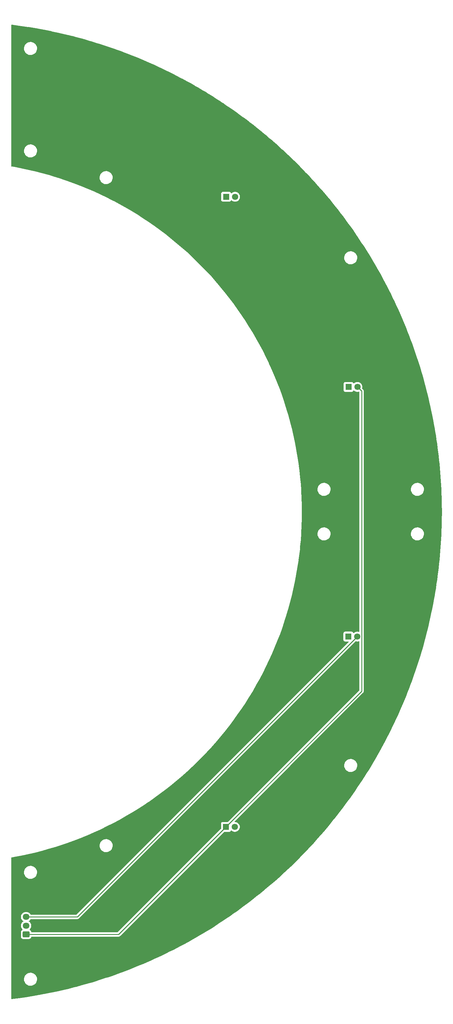
<source format=gbl>
G04 #@! TF.GenerationSoftware,KiCad,Pcbnew,7.0.1-3b83917a11~172~ubuntu20.04.1*
G04 #@! TF.CreationDate,2023-04-20T10:57:52+02:00*
G04 #@! TF.ProjectId,forcast,666f7263-6173-4742-9e6b-696361645f70,rev?*
G04 #@! TF.SameCoordinates,Original*
G04 #@! TF.FileFunction,Copper,L2,Bot*
G04 #@! TF.FilePolarity,Positive*
%FSLAX46Y46*%
G04 Gerber Fmt 4.6, Leading zero omitted, Abs format (unit mm)*
G04 Created by KiCad (PCBNEW 7.0.1-3b83917a11~172~ubuntu20.04.1) date 2023-04-20 10:57:52*
%MOMM*%
%LPD*%
G01*
G04 APERTURE LIST*
G04 Aperture macros list*
%AMRoundRect*
0 Rectangle with rounded corners*
0 $1 Rounding radius*
0 $2 $3 $4 $5 $6 $7 $8 $9 X,Y pos of 4 corners*
0 Add a 4 corners polygon primitive as box body*
4,1,4,$2,$3,$4,$5,$6,$7,$8,$9,$2,$3,0*
0 Add four circle primitives for the rounded corners*
1,1,$1+$1,$2,$3*
1,1,$1+$1,$4,$5*
1,1,$1+$1,$6,$7*
1,1,$1+$1,$8,$9*
0 Add four rect primitives between the rounded corners*
20,1,$1+$1,$2,$3,$4,$5,0*
20,1,$1+$1,$4,$5,$6,$7,0*
20,1,$1+$1,$6,$7,$8,$9,0*
20,1,$1+$1,$8,$9,$2,$3,0*%
G04 Aperture macros list end*
G04 #@! TA.AperFunction,ComponentPad*
%ADD10R,1.800000X1.800000*%
G04 #@! TD*
G04 #@! TA.AperFunction,ComponentPad*
%ADD11C,1.800000*%
G04 #@! TD*
G04 #@! TA.AperFunction,ComponentPad*
%ADD12RoundRect,0.250000X0.725000X-0.600000X0.725000X0.600000X-0.725000X0.600000X-0.725000X-0.600000X0*%
G04 #@! TD*
G04 #@! TA.AperFunction,ComponentPad*
%ADD13O,1.950000X1.700000*%
G04 #@! TD*
G04 #@! TA.AperFunction,Conductor*
%ADD14C,0.250000*%
G04 #@! TD*
G04 APERTURE END LIST*
D10*
X276185000Y-240100000D03*
D11*
X278725000Y-240100000D03*
D10*
X241285000Y-114675000D03*
D11*
X243825000Y-114675000D03*
D12*
X184150000Y-325040000D03*
D13*
X184150000Y-322540000D03*
X184150000Y-320040000D03*
D10*
X276225000Y-168900000D03*
D11*
X278765000Y-168900000D03*
D10*
X241235000Y-294375000D03*
D11*
X243775000Y-294375000D03*
D14*
X241235000Y-294375000D02*
X279950000Y-255660000D01*
X279950000Y-170085000D02*
X278765000Y-168900000D01*
X184150000Y-325040000D02*
X210570000Y-325040000D01*
X210570000Y-325040000D02*
X241235000Y-294375000D01*
X279950000Y-255660000D02*
X279950000Y-170085000D01*
X198785000Y-320040000D02*
X184150000Y-320040000D01*
X278725000Y-240100000D02*
X198785000Y-320040000D01*
G04 #@! TA.AperFunction,NonConductor*
G36*
X182242837Y-65907489D02*
G01*
X182244898Y-65907776D01*
X184576366Y-66253001D01*
X184578430Y-66253325D01*
X184886005Y-66304177D01*
X186903708Y-66637775D01*
X186905642Y-66638111D01*
X189224211Y-67061703D01*
X189226177Y-67062079D01*
X191389560Y-67495109D01*
X191541220Y-67525536D01*
X191543159Y-67525941D01*
X193524830Y-67957447D01*
X193852730Y-68029033D01*
X193854639Y-68029466D01*
X195708043Y-68465876D01*
X196155316Y-68571496D01*
X196157158Y-68571947D01*
X197914340Y-69017077D01*
X198448539Y-69152821D01*
X198450101Y-69153232D01*
X200131364Y-69609408D01*
X200731314Y-69772732D01*
X200733178Y-69773255D01*
X202353284Y-70242284D01*
X203003501Y-70431185D01*
X203005349Y-70431738D01*
X203483498Y-70578940D01*
X204573330Y-70914453D01*
X204573321Y-70914481D01*
X204573446Y-70914488D01*
X204573950Y-70914643D01*
X205264303Y-71127957D01*
X205265915Y-71128468D01*
X206714647Y-71601337D01*
X206790385Y-71626059D01*
X207512862Y-71862783D01*
X207514575Y-71863359D01*
X209001514Y-72376579D01*
X209748717Y-72635508D01*
X209750457Y-72636126D01*
X211203362Y-73165160D01*
X211203501Y-73165246D01*
X211203513Y-73165215D01*
X211971262Y-73445926D01*
X211972857Y-73446523D01*
X213395498Y-73991855D01*
X214179599Y-74293706D01*
X214181378Y-74294406D01*
X215576165Y-74856194D01*
X215576147Y-74856236D01*
X215576336Y-74856263D01*
X216373440Y-75178734D01*
X216375183Y-75179454D01*
X217744610Y-75758032D01*
X218552083Y-76100734D01*
X218553638Y-76101408D01*
X219898894Y-76696681D01*
X219899067Y-76696802D01*
X219899084Y-76696765D01*
X220714672Y-77059344D01*
X220716365Y-77060112D01*
X222038725Y-77672100D01*
X222038705Y-77672144D01*
X222038929Y-77672194D01*
X222861004Y-78054471D01*
X222862390Y-78055129D01*
X224163597Y-78684160D01*
X224163779Y-78684323D01*
X224163808Y-78684262D01*
X224989869Y-79085557D01*
X224991502Y-79086366D01*
X226272041Y-79732246D01*
X226272014Y-79732298D01*
X226272262Y-79732357D01*
X226272530Y-79732492D01*
X227101189Y-80152555D01*
X227102661Y-80153314D01*
X228363331Y-80816048D01*
X228363299Y-80816108D01*
X228363560Y-80816169D01*
X229126395Y-81219257D01*
X229194129Y-81255048D01*
X229195738Y-81255913D01*
X230436626Y-81935176D01*
X230436592Y-81935237D01*
X230436864Y-81935306D01*
X230437017Y-81935390D01*
X231268288Y-82392827D01*
X231269761Y-82393652D01*
X232168605Y-82905549D01*
X232491791Y-83089605D01*
X232491753Y-83089670D01*
X232492041Y-83089747D01*
X233322705Y-83565366D01*
X233324263Y-83566273D01*
X234528137Y-84279012D01*
X234528394Y-84279165D01*
X234826907Y-84456870D01*
X235357128Y-84772512D01*
X235358534Y-84773362D01*
X236229546Y-85309057D01*
X236544507Y-85502766D01*
X237370857Y-86013858D01*
X237372277Y-86014751D01*
X238540528Y-86760672D01*
X239363322Y-87289051D01*
X239364686Y-87289940D01*
X240181933Y-87831344D01*
X240514999Y-88051992D01*
X240515279Y-88052178D01*
X241333946Y-88597720D01*
X241335311Y-88598644D01*
X242467927Y-89376743D01*
X242468163Y-89377009D01*
X242468212Y-89376939D01*
X243282196Y-89939511D01*
X243283382Y-89940343D01*
X244096628Y-90519446D01*
X244399059Y-90734804D01*
X244399352Y-90735014D01*
X245207333Y-91313915D01*
X245208731Y-91314931D01*
X245875887Y-91807153D01*
X246306781Y-92125063D01*
X247109210Y-92720821D01*
X247110484Y-92721781D01*
X247893883Y-93320411D01*
X248191171Y-93547582D01*
X248191476Y-93547816D01*
X248986827Y-94159499D01*
X248988171Y-94160547D01*
X250051525Y-95001854D01*
X250051836Y-95002101D01*
X250840084Y-95629864D01*
X250841301Y-95630848D01*
X251274222Y-95985390D01*
X251887044Y-96487263D01*
X251887000Y-96487316D01*
X251887361Y-96487522D01*
X252668072Y-97131205D01*
X252669361Y-97132283D01*
X253697802Y-98003886D01*
X253698123Y-98004159D01*
X254470550Y-98663316D01*
X254471629Y-98664249D01*
X255482854Y-99550966D01*
X255483039Y-99551129D01*
X256246719Y-100225520D01*
X256247953Y-100226624D01*
X257241673Y-101128057D01*
X257684023Y-101532235D01*
X257996369Y-101817628D01*
X257997574Y-101818745D01*
X258973551Y-102734528D01*
X258973885Y-102734842D01*
X259135714Y-102887818D01*
X259718799Y-103439006D01*
X259719850Y-103440012D01*
X260678335Y-104370242D01*
X260678672Y-104370570D01*
X261413622Y-105089290D01*
X261414772Y-105090430D01*
X262355270Y-106034492D01*
X262355610Y-106034834D01*
X263080285Y-106767939D01*
X263081407Y-106769089D01*
X263398147Y-107097929D01*
X263772881Y-107486978D01*
X264004151Y-107727082D01*
X264004416Y-107727358D01*
X264200133Y-107932181D01*
X264718335Y-108474494D01*
X264719429Y-108475654D01*
X265624587Y-109447648D01*
X266327270Y-110208430D01*
X266328311Y-110209570D01*
X267215462Y-111195009D01*
X267906891Y-111969540D01*
X267907765Y-111970532D01*
X268776760Y-112969139D01*
X268986684Y-113212472D01*
X269456272Y-113756796D01*
X269457282Y-113757981D01*
X270307807Y-114769278D01*
X270308156Y-114769695D01*
X270975385Y-115570147D01*
X270976367Y-115571341D01*
X271542895Y-116268474D01*
X271808411Y-116595200D01*
X271808761Y-116595632D01*
X272463572Y-117408823D01*
X272464526Y-117410023D01*
X273278143Y-118446408D01*
X273278493Y-118446856D01*
X273920497Y-119272402D01*
X273921423Y-119273608D01*
X274716325Y-120322054D01*
X274716675Y-120322517D01*
X275345761Y-121160373D01*
X275346659Y-121161586D01*
X276122850Y-122222003D01*
X276123199Y-122222482D01*
X276738819Y-123072017D01*
X276739690Y-123073234D01*
X277497060Y-124145383D01*
X277497408Y-124145878D01*
X278099473Y-125007056D01*
X278100302Y-125008258D01*
X278588406Y-125724540D01*
X278838615Y-126091716D01*
X278838961Y-126092226D01*
X279427176Y-126964717D01*
X279427992Y-126965943D01*
X280033453Y-127887434D01*
X280147269Y-128060657D01*
X280147613Y-128061184D01*
X280721592Y-128944496D01*
X280722381Y-128945725D01*
X281422478Y-130051403D01*
X281422819Y-130051946D01*
X281982443Y-130945971D01*
X281983204Y-130947202D01*
X282663715Y-132063114D01*
X282664054Y-132063673D01*
X283209308Y-132968485D01*
X283210042Y-132969719D01*
X283871010Y-134095839D01*
X283871346Y-134096414D01*
X284401767Y-135011334D01*
X284402398Y-135012439D01*
X284994957Y-136062128D01*
X285043937Y-136148894D01*
X285044268Y-136149485D01*
X285559543Y-137074047D01*
X285560223Y-137075284D01*
X286181845Y-138221141D01*
X286182173Y-138221749D01*
X286682295Y-139156011D01*
X286682948Y-139157248D01*
X287284742Y-140312580D01*
X287285065Y-140313204D01*
X287769700Y-141256624D01*
X287770327Y-141257861D01*
X288352160Y-142422349D01*
X288352477Y-142422989D01*
X288821507Y-143375407D01*
X288822108Y-143376644D01*
X289383713Y-144549674D01*
X289384025Y-144550330D01*
X289837365Y-145511655D01*
X289837939Y-145512891D01*
X290379344Y-146694443D01*
X290379650Y-146695116D01*
X290816906Y-147664592D01*
X290817454Y-147665825D01*
X291338612Y-148855729D01*
X291338912Y-148856419D01*
X291759970Y-149833853D01*
X291760492Y-149835084D01*
X292261204Y-151032829D01*
X292261497Y-151033535D01*
X292666265Y-152018778D01*
X292666762Y-152020007D01*
X293146880Y-153225156D01*
X293147165Y-153225877D01*
X293535511Y-154218694D01*
X293535983Y-154219920D01*
X293995515Y-155432427D01*
X293995792Y-155433165D01*
X294367409Y-156432831D01*
X294367856Y-156434053D01*
X294806742Y-157653705D01*
X294807010Y-157654459D01*
X295161816Y-158660803D01*
X295162239Y-158662021D01*
X295580299Y-159888272D01*
X295580558Y-159889042D01*
X295918480Y-160901916D01*
X295918878Y-160903129D01*
X296315947Y-162135410D01*
X296316198Y-162136196D01*
X296637193Y-163155559D01*
X296637566Y-163156767D01*
X297013633Y-164394962D01*
X297013874Y-164395764D01*
X297317651Y-165420773D01*
X297318001Y-165421975D01*
X297673077Y-166666067D01*
X297673307Y-166666884D01*
X297959796Y-167697351D01*
X297960122Y-167698548D01*
X298294013Y-168947794D01*
X298294233Y-168948627D01*
X298563373Y-169984399D01*
X298563675Y-169985589D01*
X298876362Y-171239853D01*
X298876571Y-171240701D01*
X299128187Y-172281164D01*
X299128467Y-172282347D01*
X299419947Y-173541570D01*
X299420143Y-173542434D01*
X299654139Y-174587239D01*
X299654397Y-174588415D01*
X299924534Y-175851974D01*
X299924718Y-175852853D01*
X300141062Y-176901898D01*
X300141297Y-176903065D01*
X300390016Y-178170530D01*
X300390188Y-178171424D01*
X300588816Y-179224485D01*
X300589029Y-179225645D01*
X300816284Y-180496719D01*
X300816443Y-180497628D01*
X300997235Y-181554127D01*
X300997427Y-181555278D01*
X301203222Y-182829924D01*
X301203367Y-182830847D01*
X301366263Y-183890488D01*
X301366433Y-183891630D01*
X301550652Y-185169075D01*
X301550784Y-185170013D01*
X301695766Y-186232754D01*
X301695915Y-186233887D01*
X301858549Y-187513979D01*
X301858666Y-187514930D01*
X301985630Y-188580092D01*
X301985759Y-188581215D01*
X302126797Y-189863814D01*
X302126899Y-189864780D01*
X302235800Y-190932014D01*
X302235909Y-190933127D01*
X302355301Y-192217745D01*
X302355388Y-192218725D01*
X302446205Y-193287851D01*
X302446294Y-193288953D01*
X302544019Y-194575342D01*
X302544090Y-194576335D01*
X302616781Y-195646959D01*
X302616850Y-195648050D01*
X302692868Y-196935556D01*
X302692924Y-196936563D01*
X302747475Y-198008560D01*
X302747525Y-198009640D01*
X302801837Y-199298207D01*
X302801876Y-199299227D01*
X302838253Y-200371998D01*
X302838284Y-200373066D01*
X302870876Y-201662305D01*
X302870898Y-201663338D01*
X302889088Y-202736502D01*
X302889102Y-202737558D01*
X302899969Y-204027311D01*
X302899973Y-204028356D01*
X302899973Y-205101644D01*
X302899969Y-205102689D01*
X302889102Y-206392440D01*
X302889088Y-206393496D01*
X302870898Y-207466660D01*
X302870876Y-207467693D01*
X302838284Y-208756932D01*
X302838253Y-208758000D01*
X302801876Y-209830771D01*
X302801837Y-209831791D01*
X302747525Y-211120358D01*
X302747475Y-211121438D01*
X302692924Y-212193435D01*
X302692868Y-212194442D01*
X302616850Y-213481948D01*
X302616781Y-213483039D01*
X302544090Y-214553663D01*
X302544019Y-214554656D01*
X302446294Y-215841045D01*
X302446205Y-215842147D01*
X302355388Y-216911273D01*
X302355301Y-216912253D01*
X302235909Y-218196871D01*
X302235800Y-218197984D01*
X302126899Y-219265218D01*
X302126797Y-219266184D01*
X301985759Y-220548783D01*
X301985630Y-220549906D01*
X301858666Y-221615068D01*
X301858549Y-221616019D01*
X301695915Y-222896111D01*
X301695766Y-222897244D01*
X301550784Y-223959985D01*
X301550652Y-223960923D01*
X301366433Y-225238368D01*
X301366263Y-225239510D01*
X301203367Y-226299151D01*
X301203222Y-226300074D01*
X300997427Y-227574720D01*
X300997235Y-227575871D01*
X300816443Y-228632370D01*
X300816284Y-228633279D01*
X300589029Y-229904353D01*
X300588816Y-229905513D01*
X300390188Y-230958574D01*
X300390016Y-230959468D01*
X300141297Y-232226933D01*
X300141062Y-232228100D01*
X299924718Y-233277145D01*
X299924534Y-233278024D01*
X299654397Y-234541583D01*
X299654139Y-234542759D01*
X299420143Y-235587564D01*
X299419947Y-235588428D01*
X299128467Y-236847651D01*
X299128187Y-236848834D01*
X298876571Y-237889297D01*
X298876362Y-237890145D01*
X298563675Y-239144409D01*
X298563373Y-239145599D01*
X298294233Y-240181371D01*
X298294013Y-240182204D01*
X297960122Y-241431450D01*
X297959796Y-241432647D01*
X297673307Y-242463114D01*
X297673077Y-242463931D01*
X297318001Y-243708023D01*
X297317651Y-243709225D01*
X297013874Y-244734234D01*
X297013633Y-244735036D01*
X296637566Y-245973231D01*
X296637193Y-245974439D01*
X296316198Y-246993802D01*
X296315947Y-246994588D01*
X295918878Y-248226869D01*
X295918480Y-248228082D01*
X295580558Y-249240956D01*
X295580299Y-249241726D01*
X295162239Y-250467977D01*
X295161816Y-250469195D01*
X294807010Y-251475539D01*
X294806742Y-251476293D01*
X294367856Y-252695945D01*
X294367409Y-252697167D01*
X293995792Y-253696833D01*
X293995515Y-253697571D01*
X293535983Y-254910078D01*
X293535511Y-254911304D01*
X293147165Y-255904121D01*
X293146880Y-255904842D01*
X292666762Y-257109991D01*
X292666265Y-257111220D01*
X292261497Y-258096463D01*
X292261204Y-258097169D01*
X291760492Y-259294914D01*
X291759970Y-259296145D01*
X291338912Y-260273579D01*
X291338612Y-260274269D01*
X290817454Y-261464173D01*
X290816906Y-261465406D01*
X290379650Y-262434882D01*
X290379344Y-262435555D01*
X289837939Y-263617107D01*
X289837365Y-263618343D01*
X289384025Y-264579668D01*
X289383713Y-264580324D01*
X288822108Y-265753354D01*
X288821507Y-265754591D01*
X288352477Y-266707009D01*
X288352160Y-266707649D01*
X287770327Y-267872137D01*
X287769700Y-267873374D01*
X287285065Y-268816794D01*
X287284742Y-268817418D01*
X286682948Y-269972750D01*
X286682295Y-269973987D01*
X286182173Y-270908249D01*
X286181845Y-270908857D01*
X285560223Y-272054714D01*
X285559543Y-272055951D01*
X285044268Y-272980513D01*
X285043937Y-272981104D01*
X284402437Y-274117492D01*
X284401730Y-274118728D01*
X283871346Y-275033584D01*
X283871010Y-275034159D01*
X283210042Y-276160279D01*
X283209308Y-276161513D01*
X282664054Y-277066325D01*
X282663715Y-277066884D01*
X281983204Y-278182796D01*
X281982443Y-278184027D01*
X281422819Y-279078052D01*
X281422478Y-279078595D01*
X280722381Y-280184273D01*
X280721592Y-280185502D01*
X280147613Y-281068814D01*
X280147269Y-281069341D01*
X279427992Y-282164055D01*
X279427176Y-282165281D01*
X278838961Y-283037772D01*
X278838615Y-283038282D01*
X278100316Y-284121720D01*
X278099473Y-284122942D01*
X277497408Y-284984120D01*
X277497060Y-284984615D01*
X276739690Y-286056764D01*
X276738819Y-286057981D01*
X276123199Y-286907516D01*
X276122850Y-286907995D01*
X275346659Y-287968412D01*
X275345761Y-287969625D01*
X274716675Y-288807481D01*
X274716325Y-288807944D01*
X273921423Y-289856390D01*
X273920497Y-289857596D01*
X273278493Y-290683142D01*
X273278143Y-290683590D01*
X272464526Y-291719975D01*
X272463572Y-291721175D01*
X271808761Y-292534366D01*
X271808411Y-292534798D01*
X270976367Y-293558657D01*
X270975385Y-293559851D01*
X270308156Y-294360303D01*
X270307807Y-294360720D01*
X269457282Y-295372017D01*
X269456272Y-295373202D01*
X268776911Y-296160685D01*
X268776562Y-296161087D01*
X267907848Y-297159372D01*
X267906810Y-297160550D01*
X267215808Y-297934602D01*
X267215462Y-297934989D01*
X266328337Y-298920399D01*
X266327271Y-298921568D01*
X265624782Y-299682141D01*
X265624620Y-299682316D01*
X264719429Y-300654344D01*
X264718335Y-300655504D01*
X264004494Y-301402559D01*
X264004151Y-301402916D01*
X263081407Y-302360909D01*
X263080285Y-302362059D01*
X262355610Y-303095164D01*
X262355270Y-303095506D01*
X261414772Y-304039568D01*
X261413622Y-304040708D01*
X260678672Y-304759428D01*
X260678335Y-304759756D01*
X259719912Y-305689926D01*
X259718734Y-305691054D01*
X258973885Y-306395156D01*
X258973551Y-306395470D01*
X257997574Y-307311253D01*
X257996369Y-307312370D01*
X257241786Y-308001839D01*
X257241456Y-308002139D01*
X256247953Y-308903374D01*
X256246719Y-308904478D01*
X255483039Y-309578869D01*
X255482714Y-309579156D01*
X254471753Y-310465642D01*
X254470491Y-310466733D01*
X253698123Y-311125839D01*
X253697802Y-311126112D01*
X252669361Y-311997715D01*
X252668072Y-311998793D01*
X251887399Y-312642445D01*
X251887083Y-312642704D01*
X250841353Y-313499108D01*
X250840036Y-313500172D01*
X250051836Y-314127897D01*
X250051525Y-314128144D01*
X248988171Y-314969451D01*
X248986827Y-314970499D01*
X248191476Y-315582182D01*
X248191171Y-315582416D01*
X247110534Y-316408179D01*
X247109163Y-316409212D01*
X246306996Y-317004776D01*
X246306696Y-317004998D01*
X245208731Y-317815067D01*
X245207333Y-317816083D01*
X244399352Y-318394985D01*
X244399059Y-318395195D01*
X243283500Y-319189572D01*
X243282074Y-319190572D01*
X242468212Y-319753060D01*
X242467925Y-319753257D01*
X241335355Y-320531324D01*
X241333903Y-320532307D01*
X240515279Y-321077820D01*
X240514999Y-321078006D01*
X239364742Y-321840021D01*
X239363264Y-321840985D01*
X238540657Y-322369244D01*
X238540384Y-322369419D01*
X237372320Y-323115220D01*
X237370815Y-323116166D01*
X236544811Y-323627045D01*
X236544546Y-323627209D01*
X235358593Y-324356600D01*
X235357061Y-324357526D01*
X234528394Y-324850834D01*
X234528137Y-324850987D01*
X233324263Y-325563725D01*
X233322705Y-325564632D01*
X232492103Y-326040215D01*
X232491854Y-326040357D01*
X231269819Y-326736313D01*
X231268236Y-326737200D01*
X230436894Y-327194676D01*
X230436653Y-327194808D01*
X229195738Y-327874085D01*
X229194129Y-327874950D01*
X228363563Y-328313828D01*
X228363331Y-328313951D01*
X227102738Y-328976644D01*
X227101104Y-328977487D01*
X226272273Y-329397636D01*
X226272049Y-329397749D01*
X224991502Y-330043632D01*
X224989843Y-330044453D01*
X224163809Y-330445736D01*
X224163595Y-330445840D01*
X222862544Y-331074796D01*
X222860860Y-331075595D01*
X222038988Y-331457777D01*
X222038783Y-331457872D01*
X220716380Y-332069879D01*
X220714672Y-332070654D01*
X219899084Y-332433234D01*
X219898889Y-332433320D01*
X218553729Y-333028550D01*
X218551997Y-333029301D01*
X217744724Y-333371919D01*
X217744538Y-333371998D01*
X216375196Y-333950538D01*
X216373440Y-333951264D01*
X215576340Y-334273734D01*
X215576165Y-334273805D01*
X214181378Y-334835592D01*
X214179599Y-334836292D01*
X213395551Y-335138123D01*
X213395385Y-335138187D01*
X211972960Y-335683436D01*
X211971158Y-335684111D01*
X211203513Y-335964784D01*
X211203358Y-335964840D01*
X209750500Y-336493856D01*
X209748675Y-336494505D01*
X209001473Y-336753434D01*
X209001329Y-336753484D01*
X207514640Y-337266617D01*
X207512793Y-337267238D01*
X206790519Y-337503896D01*
X206790385Y-337503940D01*
X205266039Y-338001490D01*
X205264170Y-338002083D01*
X204573452Y-338215508D01*
X204573329Y-338215546D01*
X203005370Y-338698253D01*
X203003480Y-338698819D01*
X202352818Y-338887850D01*
X202352707Y-338887882D01*
X200733201Y-339356736D01*
X200731289Y-339357273D01*
X200131274Y-339520616D01*
X200131174Y-339520643D01*
X198450294Y-339976715D01*
X198448362Y-339977223D01*
X197913634Y-340113101D01*
X196157214Y-340558037D01*
X196155262Y-340558515D01*
X195707312Y-340664295D01*
X193854671Y-341100524D01*
X193852700Y-341100971D01*
X193524763Y-341172565D01*
X193524761Y-341172567D01*
X191543183Y-341604052D01*
X191541192Y-341604468D01*
X191389557Y-341634891D01*
X191389502Y-341634902D01*
X189226220Y-342067911D01*
X189224168Y-342068304D01*
X186905703Y-342491877D01*
X186903645Y-342492235D01*
X184578430Y-342876674D01*
X184576366Y-342876998D01*
X182244898Y-343222223D01*
X182242829Y-343222511D01*
X180762232Y-343416312D01*
X180045592Y-343510116D01*
X179977040Y-343499522D01*
X179924903Y-343453765D01*
X179905500Y-343387166D01*
X179905500Y-337887764D01*
X183565787Y-337887764D01*
X183595413Y-338157016D01*
X183663928Y-338419087D01*
X183769871Y-338668392D01*
X183910982Y-338899611D01*
X184084253Y-339107818D01*
X184084255Y-339107820D01*
X184285998Y-339288582D01*
X184511910Y-339438044D01*
X184618211Y-339487875D01*
X184757177Y-339553021D01*
X185016562Y-339631058D01*
X185016569Y-339631060D01*
X185284561Y-339670500D01*
X185487631Y-339670500D01*
X185487634Y-339670500D01*
X185690156Y-339655677D01*
X185690156Y-339655676D01*
X185954553Y-339596780D01*
X186207558Y-339500014D01*
X186443777Y-339367441D01*
X186658177Y-339201888D01*
X186846186Y-339006881D01*
X187003799Y-338786579D01*
X187127656Y-338545675D01*
X187215118Y-338289305D01*
X187264319Y-338022933D01*
X187274212Y-337752235D01*
X187244586Y-337482982D01*
X187176072Y-337220912D01*
X187070130Y-336971610D01*
X186929018Y-336740390D01*
X186929017Y-336740388D01*
X186755746Y-336532181D01*
X186650758Y-336438112D01*
X186554002Y-336351418D01*
X186328090Y-336201956D01*
X186328086Y-336201954D01*
X186082822Y-336086978D01*
X185823437Y-336008941D01*
X185823431Y-336008940D01*
X185555439Y-335969500D01*
X185352369Y-335969500D01*
X185352366Y-335969500D01*
X185149843Y-335984322D01*
X184885449Y-336043219D01*
X184632441Y-336139986D01*
X184396223Y-336272559D01*
X184181825Y-336438109D01*
X183993813Y-336633120D01*
X183836201Y-336853420D01*
X183712342Y-337094329D01*
X183624881Y-337350695D01*
X183575680Y-337617066D01*
X183565787Y-337887764D01*
X179905500Y-337887764D01*
X179905500Y-322540000D01*
X182669340Y-322540000D01*
X182689936Y-322775407D01*
X182751097Y-323003663D01*
X182850965Y-323217829D01*
X182986505Y-323411401D01*
X183133705Y-323558601D01*
X183163150Y-323605571D01*
X183169186Y-323660678D01*
X183150604Y-323712907D01*
X183111121Y-323751821D01*
X182956341Y-323847289D01*
X182832288Y-323971342D01*
X182740186Y-324120665D01*
X182685000Y-324287202D01*
X182674500Y-324389990D01*
X182674500Y-325690008D01*
X182685000Y-325792796D01*
X182740186Y-325959334D01*
X182832288Y-326108657D01*
X182956342Y-326232711D01*
X182956344Y-326232712D01*
X183105666Y-326324814D01*
X183217016Y-326361712D01*
X183272202Y-326379999D01*
X183282703Y-326381071D01*
X183374991Y-326390500D01*
X184925008Y-326390499D01*
X185027797Y-326379999D01*
X185194334Y-326324814D01*
X185343656Y-326232712D01*
X185467712Y-326108656D01*
X185559814Y-325959334D01*
X185614999Y-325792797D01*
X185615263Y-325790211D01*
X185616624Y-325776896D01*
X185637048Y-325720359D01*
X185681662Y-325680071D01*
X185739982Y-325665500D01*
X210487256Y-325665500D01*
X210507762Y-325667764D01*
X210510665Y-325667672D01*
X210510667Y-325667673D01*
X210577872Y-325665561D01*
X210581768Y-325665500D01*
X210609349Y-325665500D01*
X210609350Y-325665500D01*
X210613319Y-325664998D01*
X210624965Y-325664080D01*
X210668627Y-325662709D01*
X210687859Y-325657120D01*
X210706918Y-325653174D01*
X210713196Y-325652381D01*
X210726792Y-325650664D01*
X210767407Y-325634582D01*
X210778444Y-325630803D01*
X210820390Y-325618618D01*
X210837629Y-325608422D01*
X210855102Y-325599862D01*
X210873732Y-325592486D01*
X210909064Y-325566814D01*
X210918830Y-325560400D01*
X210956418Y-325538171D01*
X210956417Y-325538171D01*
X210956420Y-325538170D01*
X210970585Y-325524004D01*
X210985373Y-325511373D01*
X211001587Y-325499594D01*
X211029438Y-325465926D01*
X211037279Y-325457309D01*
X240682771Y-295811818D01*
X240723000Y-295784938D01*
X240770453Y-295775499D01*
X242182870Y-295775499D01*
X242182872Y-295775499D01*
X242242483Y-295769091D01*
X242377331Y-295718796D01*
X242492546Y-295632546D01*
X242578796Y-295517331D01*
X242607455Y-295440490D01*
X242643405Y-295389279D01*
X242699787Y-295362140D01*
X242762242Y-295365988D01*
X242814864Y-295399841D01*
X242823216Y-295408913D01*
X243006374Y-295551470D01*
X243210497Y-295661936D01*
X243320257Y-295699616D01*
X243430015Y-295737297D01*
X243430017Y-295737297D01*
X243430019Y-295737298D01*
X243658951Y-295775500D01*
X243891048Y-295775500D01*
X243891049Y-295775500D01*
X244119981Y-295737298D01*
X244339503Y-295661936D01*
X244543626Y-295551470D01*
X244726784Y-295408913D01*
X244883979Y-295238153D01*
X245010924Y-295043849D01*
X245104157Y-294831300D01*
X245161134Y-294606305D01*
X245180300Y-294375000D01*
X245161134Y-294143695D01*
X245104157Y-293918700D01*
X245010924Y-293706151D01*
X244883979Y-293511847D01*
X244726784Y-293341087D01*
X244543626Y-293198530D01*
X244339503Y-293088064D01*
X244339499Y-293088062D01*
X244339498Y-293088062D01*
X244119984Y-293012702D01*
X243929456Y-292980909D01*
X243891049Y-292974500D01*
X243819451Y-292974500D01*
X243763156Y-292960985D01*
X243719133Y-292923385D01*
X243696978Y-292869898D01*
X243701520Y-292812182D01*
X243731770Y-292762819D01*
X259566825Y-276927764D01*
X275005787Y-276927764D01*
X275035413Y-277197016D01*
X275103928Y-277459087D01*
X275209871Y-277708392D01*
X275350982Y-277939611D01*
X275440253Y-278046881D01*
X275524255Y-278147820D01*
X275725998Y-278328582D01*
X275951910Y-278478044D01*
X276058211Y-278527876D01*
X276197177Y-278593021D01*
X276456562Y-278671058D01*
X276456569Y-278671060D01*
X276724561Y-278710500D01*
X276927631Y-278710500D01*
X276927634Y-278710500D01*
X277130156Y-278695677D01*
X277130155Y-278695677D01*
X277394553Y-278636780D01*
X277647558Y-278540014D01*
X277883777Y-278407441D01*
X278098177Y-278241888D01*
X278286186Y-278046881D01*
X278443799Y-277826579D01*
X278567656Y-277585675D01*
X278655118Y-277329305D01*
X278704319Y-277062933D01*
X278714212Y-276792235D01*
X278684586Y-276522982D01*
X278616072Y-276260912D01*
X278510130Y-276011610D01*
X278369018Y-275780390D01*
X278369017Y-275780388D01*
X278195746Y-275572181D01*
X278090758Y-275478112D01*
X277994002Y-275391418D01*
X277768090Y-275241956D01*
X277768086Y-275241954D01*
X277522822Y-275126978D01*
X277263437Y-275048941D01*
X277263431Y-275048940D01*
X276995439Y-275009500D01*
X276792369Y-275009500D01*
X276792366Y-275009500D01*
X276589843Y-275024322D01*
X276325449Y-275083219D01*
X276072441Y-275179986D01*
X275836223Y-275312559D01*
X275621825Y-275478109D01*
X275433813Y-275673120D01*
X275276201Y-275893420D01*
X275152342Y-276134329D01*
X275064881Y-276390695D01*
X275015680Y-276657066D01*
X275005787Y-276927764D01*
X259566825Y-276927764D01*
X261485089Y-275009500D01*
X280333789Y-256160800D01*
X280349885Y-256147906D01*
X280351873Y-256145787D01*
X280351877Y-256145786D01*
X280397948Y-256096723D01*
X280400566Y-256094023D01*
X280420120Y-256074471D01*
X280422581Y-256071298D01*
X280430156Y-256062427D01*
X280460062Y-256030582D01*
X280469712Y-256013027D01*
X280480400Y-255996757D01*
X280492671Y-255980938D01*
X280492673Y-255980936D01*
X280510026Y-255940832D01*
X280515157Y-255930362D01*
X280529187Y-255904842D01*
X280536197Y-255892092D01*
X280541175Y-255872699D01*
X280547481Y-255854282D01*
X280549018Y-255850728D01*
X280555438Y-255835896D01*
X280562272Y-255792745D01*
X280564635Y-255781331D01*
X280575500Y-255739019D01*
X280575500Y-255718984D01*
X280577027Y-255699585D01*
X280580160Y-255679804D01*
X280576050Y-255636325D01*
X280575500Y-255624656D01*
X280575500Y-210887764D01*
X294055787Y-210887764D01*
X294085413Y-211157016D01*
X294085414Y-211157018D01*
X294153928Y-211419088D01*
X294259870Y-211668390D01*
X294259871Y-211668392D01*
X294400982Y-211899611D01*
X294490253Y-212006881D01*
X294574255Y-212107820D01*
X294775998Y-212288582D01*
X295001910Y-212438044D01*
X295108211Y-212487876D01*
X295247177Y-212553021D01*
X295506562Y-212631058D01*
X295506569Y-212631060D01*
X295774561Y-212670500D01*
X295977631Y-212670500D01*
X295977634Y-212670500D01*
X296180156Y-212655677D01*
X296180155Y-212655677D01*
X296444553Y-212596780D01*
X296697558Y-212500014D01*
X296933777Y-212367441D01*
X297148177Y-212201888D01*
X297336186Y-212006881D01*
X297493799Y-211786579D01*
X297617656Y-211545675D01*
X297705118Y-211289305D01*
X297754319Y-211022933D01*
X297764212Y-210752235D01*
X297734586Y-210482982D01*
X297666072Y-210220912D01*
X297560130Y-209971610D01*
X297419018Y-209740390D01*
X297419017Y-209740388D01*
X297245746Y-209532181D01*
X297140758Y-209438112D01*
X297044002Y-209351418D01*
X296818090Y-209201956D01*
X296818086Y-209201954D01*
X296572822Y-209086978D01*
X296313437Y-209008941D01*
X296313431Y-209008940D01*
X296045439Y-208969500D01*
X295842369Y-208969500D01*
X295842366Y-208969500D01*
X295639843Y-208984322D01*
X295375449Y-209043219D01*
X295122441Y-209139986D01*
X294886223Y-209272559D01*
X294671825Y-209438109D01*
X294483813Y-209633120D01*
X294326201Y-209853420D01*
X294202342Y-210094329D01*
X294114881Y-210350695D01*
X294065680Y-210617066D01*
X294055787Y-210887764D01*
X280575500Y-210887764D01*
X280575500Y-198187764D01*
X294055787Y-198187764D01*
X294085413Y-198457016D01*
X294153928Y-198719087D01*
X294259871Y-198968392D01*
X294400982Y-199199611D01*
X294490253Y-199306881D01*
X294574255Y-199407820D01*
X294775998Y-199588582D01*
X295001910Y-199738044D01*
X295108211Y-199787875D01*
X295247177Y-199853021D01*
X295506562Y-199931058D01*
X295506569Y-199931060D01*
X295774561Y-199970500D01*
X295977631Y-199970500D01*
X295977634Y-199970500D01*
X296180156Y-199955677D01*
X296180155Y-199955677D01*
X296444553Y-199896780D01*
X296697558Y-199800014D01*
X296933777Y-199667441D01*
X297148177Y-199501888D01*
X297336186Y-199306881D01*
X297493799Y-199086579D01*
X297617656Y-198845675D01*
X297705118Y-198589305D01*
X297754319Y-198322933D01*
X297764212Y-198052235D01*
X297734586Y-197782982D01*
X297666072Y-197520912D01*
X297560130Y-197271610D01*
X297419018Y-197040390D01*
X297419017Y-197040388D01*
X297245746Y-196832181D01*
X297140758Y-196738112D01*
X297044002Y-196651418D01*
X296818090Y-196501956D01*
X296818086Y-196501954D01*
X296572822Y-196386978D01*
X296313437Y-196308941D01*
X296313431Y-196308940D01*
X296045439Y-196269500D01*
X295842369Y-196269500D01*
X295842366Y-196269500D01*
X295639843Y-196284322D01*
X295375449Y-196343219D01*
X295122441Y-196439986D01*
X294886223Y-196572559D01*
X294671825Y-196738109D01*
X294483813Y-196933120D01*
X294326201Y-197153420D01*
X294202342Y-197394329D01*
X294114881Y-197650695D01*
X294065680Y-197917066D01*
X294055787Y-198187764D01*
X280575500Y-198187764D01*
X280575500Y-170167741D01*
X280577763Y-170147237D01*
X280575561Y-170077145D01*
X280575500Y-170073251D01*
X280575500Y-170045657D01*
X280575500Y-170045650D01*
X280574995Y-170041653D01*
X280574080Y-170030023D01*
X280572709Y-169986373D01*
X280567120Y-169967140D01*
X280563174Y-169948082D01*
X280560664Y-169928206D01*
X280544588Y-169887604D01*
X280540804Y-169876553D01*
X280532470Y-169847869D01*
X280528618Y-169834610D01*
X280518414Y-169817355D01*
X280509861Y-169799895D01*
X280502486Y-169781269D01*
X280502486Y-169781268D01*
X280476808Y-169745925D01*
X280470401Y-169736171D01*
X280448169Y-169698579D01*
X280434006Y-169684416D01*
X280421367Y-169669617D01*
X280409595Y-169653413D01*
X280375941Y-169625573D01*
X280367299Y-169617709D01*
X280146347Y-169396757D01*
X280114477Y-169341993D01*
X280113823Y-169278638D01*
X280151134Y-169131305D01*
X280170300Y-168900000D01*
X280151134Y-168668695D01*
X280094157Y-168443700D01*
X280000924Y-168231151D01*
X279873979Y-168036847D01*
X279716784Y-167866087D01*
X279533626Y-167723530D01*
X279329503Y-167613064D01*
X279329499Y-167613062D01*
X279329498Y-167613062D01*
X279109984Y-167537702D01*
X278919456Y-167505909D01*
X278881049Y-167499500D01*
X278648951Y-167499500D01*
X278610544Y-167505909D01*
X278420015Y-167537702D01*
X278200501Y-167613062D01*
X277996372Y-167723531D01*
X277813213Y-167866089D01*
X277804863Y-167875160D01*
X277752239Y-167909012D01*
X277689785Y-167912859D01*
X277633405Y-167885720D01*
X277597455Y-167834509D01*
X277568796Y-167757669D01*
X277482546Y-167642454D01*
X277367331Y-167556204D01*
X277232483Y-167505909D01*
X277172873Y-167499500D01*
X277172869Y-167499500D01*
X275277130Y-167499500D01*
X275217515Y-167505909D01*
X275082669Y-167556204D01*
X274967454Y-167642454D01*
X274881204Y-167757668D01*
X274830909Y-167892516D01*
X274824500Y-167952130D01*
X274824500Y-169847869D01*
X274830909Y-169907484D01*
X274837383Y-169924842D01*
X274881204Y-170042331D01*
X274967454Y-170157546D01*
X275082669Y-170243796D01*
X275217517Y-170294091D01*
X275277127Y-170300500D01*
X277172872Y-170300499D01*
X277232483Y-170294091D01*
X277367331Y-170243796D01*
X277482546Y-170157546D01*
X277568796Y-170042331D01*
X277597455Y-169965490D01*
X277633405Y-169914279D01*
X277689787Y-169887140D01*
X277752242Y-169890988D01*
X277804864Y-169924841D01*
X277813216Y-169933913D01*
X277996374Y-170076470D01*
X278200497Y-170186936D01*
X278310257Y-170224616D01*
X278420015Y-170262297D01*
X278420017Y-170262297D01*
X278420019Y-170262298D01*
X278648951Y-170300500D01*
X278881048Y-170300500D01*
X278881049Y-170300500D01*
X279109981Y-170262298D01*
X279135573Y-170253511D01*
X279203788Y-170249983D01*
X279263522Y-170283113D01*
X279288183Y-170307775D01*
X279315062Y-170348002D01*
X279324500Y-170395454D01*
X279324500Y-238651406D01*
X279310751Y-238708157D01*
X279272553Y-238752324D01*
X279218377Y-238774111D01*
X279160237Y-238768687D01*
X279133610Y-238759545D01*
X279069981Y-238737701D01*
X278873786Y-238704963D01*
X278841049Y-238699500D01*
X278608951Y-238699500D01*
X278570544Y-238705909D01*
X278380015Y-238737702D01*
X278160501Y-238813062D01*
X277956372Y-238923531D01*
X277773213Y-239066089D01*
X277764863Y-239075160D01*
X277712239Y-239109012D01*
X277649785Y-239112859D01*
X277593405Y-239085720D01*
X277557455Y-239034509D01*
X277528796Y-238957669D01*
X277442546Y-238842454D01*
X277327331Y-238756204D01*
X277192483Y-238705909D01*
X277132873Y-238699500D01*
X277132869Y-238699500D01*
X275237130Y-238699500D01*
X275177515Y-238705909D01*
X275042669Y-238756204D01*
X274927454Y-238842454D01*
X274841204Y-238957668D01*
X274790909Y-239092516D01*
X274784500Y-239152130D01*
X274784500Y-241047869D01*
X274790909Y-241107483D01*
X274841204Y-241242331D01*
X274927454Y-241357546D01*
X275042669Y-241443796D01*
X275177517Y-241494091D01*
X275237127Y-241500500D01*
X276140547Y-241500499D01*
X276196841Y-241514014D01*
X276240864Y-241551614D01*
X276263019Y-241605101D01*
X276258477Y-241662817D01*
X276228227Y-241712180D01*
X198562228Y-319378181D01*
X198522000Y-319405061D01*
X198474547Y-319414500D01*
X185550226Y-319414500D01*
X185492969Y-319400489D01*
X185448651Y-319361623D01*
X185313495Y-319168599D01*
X185146401Y-319001505D01*
X184952829Y-318865965D01*
X184738663Y-318766097D01*
X184738662Y-318766096D01*
X184510407Y-318704936D01*
X184333968Y-318689500D01*
X184333966Y-318689500D01*
X183966034Y-318689500D01*
X183966032Y-318689500D01*
X183789592Y-318704936D01*
X183561336Y-318766097D01*
X183347170Y-318865965D01*
X183153598Y-319001505D01*
X182986508Y-319168595D01*
X182986505Y-319168598D01*
X182986505Y-319168599D01*
X182971120Y-319190572D01*
X182850964Y-319362172D01*
X182751097Y-319576337D01*
X182689936Y-319804592D01*
X182669340Y-320040000D01*
X182689936Y-320275407D01*
X182751097Y-320503663D01*
X182850965Y-320717829D01*
X182986505Y-320911401D01*
X183153598Y-321078494D01*
X183310596Y-321188425D01*
X183349462Y-321232743D01*
X183363473Y-321290000D01*
X183349462Y-321347257D01*
X183310596Y-321391575D01*
X183153598Y-321501505D01*
X182986508Y-321668595D01*
X182850964Y-321862172D01*
X182751097Y-322076337D01*
X182689936Y-322304592D01*
X182669340Y-322540000D01*
X179905500Y-322540000D01*
X179905500Y-307407764D01*
X183565787Y-307407764D01*
X183595413Y-307677016D01*
X183595414Y-307677018D01*
X183663928Y-307939088D01*
X183690722Y-308002139D01*
X183769871Y-308188392D01*
X183910982Y-308419611D01*
X184000253Y-308526881D01*
X184084255Y-308627820D01*
X184285998Y-308808582D01*
X184511910Y-308958044D01*
X184618211Y-309007876D01*
X184757177Y-309073021D01*
X185016562Y-309151058D01*
X185016569Y-309151060D01*
X185284561Y-309190500D01*
X185487631Y-309190500D01*
X185487634Y-309190500D01*
X185690156Y-309175677D01*
X185690155Y-309175677D01*
X185954553Y-309116780D01*
X186207558Y-309020014D01*
X186443777Y-308887441D01*
X186658177Y-308721888D01*
X186846186Y-308526881D01*
X187003799Y-308306579D01*
X187127656Y-308065675D01*
X187215118Y-307809305D01*
X187264319Y-307542933D01*
X187274212Y-307272235D01*
X187244586Y-307002982D01*
X187176072Y-306740912D01*
X187070130Y-306491610D01*
X186929018Y-306260390D01*
X186929017Y-306260388D01*
X186755746Y-306052181D01*
X186650758Y-305958112D01*
X186554002Y-305871418D01*
X186328090Y-305721956D01*
X186328086Y-305721954D01*
X186082822Y-305606978D01*
X185823437Y-305528941D01*
X185823431Y-305528940D01*
X185555439Y-305489500D01*
X185352369Y-305489500D01*
X185352366Y-305489500D01*
X185149843Y-305504322D01*
X184885449Y-305563219D01*
X184632441Y-305659986D01*
X184396223Y-305792559D01*
X184181825Y-305958109D01*
X183993813Y-306153120D01*
X183836201Y-306373420D01*
X183712342Y-306614329D01*
X183624881Y-306870695D01*
X183575680Y-307137066D01*
X183565787Y-307407764D01*
X179905500Y-307407764D01*
X179905500Y-303214267D01*
X179918759Y-303158479D01*
X179955699Y-303114621D01*
X180008421Y-303092072D01*
X180883556Y-302941114D01*
X182833405Y-302564729D01*
X184775395Y-302149702D01*
X186708762Y-301696195D01*
X188632743Y-301204389D01*
X190546579Y-300674476D01*
X192449515Y-300106666D01*
X193445635Y-299787764D01*
X205155787Y-299787764D01*
X205185413Y-300057016D01*
X205219998Y-300189304D01*
X205253928Y-300319088D01*
X205307720Y-300445670D01*
X205359871Y-300568392D01*
X205500982Y-300799611D01*
X205590253Y-300906881D01*
X205674255Y-301007820D01*
X205875998Y-301188582D01*
X206101910Y-301338044D01*
X206208211Y-301387876D01*
X206347177Y-301453021D01*
X206606562Y-301531058D01*
X206606569Y-301531060D01*
X206874561Y-301570500D01*
X207077631Y-301570500D01*
X207077634Y-301570500D01*
X207280156Y-301555677D01*
X207280156Y-301555676D01*
X207544553Y-301496780D01*
X207797558Y-301400014D01*
X208033777Y-301267441D01*
X208248177Y-301101888D01*
X208436186Y-300906881D01*
X208593799Y-300686579D01*
X208717656Y-300445675D01*
X208805118Y-300189305D01*
X208854319Y-299922933D01*
X208864212Y-299652235D01*
X208834586Y-299382982D01*
X208766072Y-299120912D01*
X208660130Y-298871610D01*
X208519018Y-298640390D01*
X208519017Y-298640388D01*
X208345746Y-298432181D01*
X208240758Y-298338112D01*
X208144002Y-298251418D01*
X207918090Y-298101956D01*
X207918086Y-298101954D01*
X207672822Y-297986978D01*
X207413437Y-297908941D01*
X207413431Y-297908940D01*
X207145439Y-297869500D01*
X206942369Y-297869500D01*
X206942366Y-297869500D01*
X206739843Y-297884322D01*
X206475449Y-297943219D01*
X206222441Y-298039986D01*
X205986223Y-298172559D01*
X205771825Y-298338109D01*
X205583813Y-298533120D01*
X205426201Y-298753420D01*
X205302342Y-298994329D01*
X205214881Y-299250695D01*
X205165680Y-299517066D01*
X205155787Y-299787764D01*
X193445635Y-299787764D01*
X194340801Y-299501182D01*
X196219692Y-298858263D01*
X198085447Y-298178164D01*
X199937329Y-297461151D01*
X199937327Y-297461151D01*
X199937342Y-297461146D01*
X200932225Y-297053049D01*
X201774609Y-296707508D01*
X203596562Y-295917531D01*
X205402470Y-295091534D01*
X207191620Y-294229840D01*
X208963308Y-293332790D01*
X210716834Y-292400737D01*
X212451507Y-291434050D01*
X214166643Y-290433109D01*
X215861566Y-289398309D01*
X217535608Y-288330058D01*
X219142986Y-287258848D01*
X219188089Y-287228790D01*
X219188108Y-287228777D01*
X220818414Y-286094901D01*
X222425885Y-284928876D01*
X224009885Y-283731162D01*
X225569791Y-282502232D01*
X227104987Y-281242571D01*
X228614869Y-279952674D01*
X230098840Y-278633051D01*
X231556315Y-277284221D01*
X232986720Y-275906718D01*
X234389491Y-274501083D01*
X235764075Y-273067872D01*
X237109929Y-271607648D01*
X238426523Y-270120989D01*
X239713338Y-268608481D01*
X240969866Y-267070719D01*
X242195613Y-265508310D01*
X243390093Y-263921870D01*
X244552837Y-262312025D01*
X245683387Y-260679409D01*
X246781295Y-259024667D01*
X247846130Y-257348450D01*
X248877472Y-255651420D01*
X249874913Y-253934246D01*
X250838060Y-252197606D01*
X251766535Y-250442182D01*
X252659970Y-248668669D01*
X253518013Y-246877765D01*
X254340326Y-245070177D01*
X255126585Y-243246616D01*
X255876480Y-241407803D01*
X256589715Y-239554463D01*
X257266008Y-237687325D01*
X257905093Y-235807127D01*
X258506719Y-233914609D01*
X259070647Y-232010519D01*
X259596656Y-230095607D01*
X260084538Y-228170627D01*
X260534101Y-226236339D01*
X260945167Y-224293506D01*
X261317574Y-222342894D01*
X261651176Y-220385272D01*
X261945841Y-218421411D01*
X261974986Y-218196871D01*
X262201450Y-216452102D01*
X262341982Y-215170506D01*
X262417910Y-214478076D01*
X262595128Y-212500155D01*
X262707372Y-210887764D01*
X267385787Y-210887764D01*
X267415413Y-211157016D01*
X267415414Y-211157018D01*
X267483928Y-211419088D01*
X267589870Y-211668390D01*
X267589871Y-211668392D01*
X267730982Y-211899611D01*
X267820253Y-212006881D01*
X267904255Y-212107820D01*
X268105998Y-212288582D01*
X268331910Y-212438044D01*
X268438211Y-212487876D01*
X268577177Y-212553021D01*
X268836562Y-212631058D01*
X268836569Y-212631060D01*
X269104561Y-212670500D01*
X269307631Y-212670500D01*
X269307634Y-212670500D01*
X269510156Y-212655677D01*
X269510155Y-212655677D01*
X269774553Y-212596780D01*
X270027558Y-212500014D01*
X270263777Y-212367441D01*
X270478177Y-212201888D01*
X270666186Y-212006881D01*
X270823799Y-211786579D01*
X270947656Y-211545675D01*
X271035118Y-211289305D01*
X271084319Y-211022933D01*
X271094212Y-210752235D01*
X271064586Y-210482982D01*
X270996072Y-210220912D01*
X270890130Y-209971610D01*
X270749018Y-209740390D01*
X270749017Y-209740388D01*
X270575746Y-209532181D01*
X270470758Y-209438112D01*
X270374002Y-209351418D01*
X270148090Y-209201956D01*
X270148086Y-209201954D01*
X269902822Y-209086978D01*
X269643437Y-209008941D01*
X269643431Y-209008940D01*
X269375439Y-208969500D01*
X269172369Y-208969500D01*
X269172366Y-208969500D01*
X268969843Y-208984322D01*
X268705449Y-209043219D01*
X268452441Y-209139986D01*
X268216223Y-209272559D01*
X268001825Y-209438109D01*
X267813813Y-209633120D01*
X267656201Y-209853420D01*
X267532342Y-210094329D01*
X267444881Y-210350695D01*
X267395680Y-210617066D01*
X267385787Y-210887764D01*
X262707372Y-210887764D01*
X262733036Y-210519106D01*
X262831582Y-208535709D01*
X262890724Y-206550746D01*
X262910441Y-204565000D01*
X262890724Y-202579254D01*
X262831582Y-200594291D01*
X262733036Y-198610894D01*
X262703580Y-198187764D01*
X267385787Y-198187764D01*
X267415413Y-198457016D01*
X267483928Y-198719087D01*
X267589871Y-198968392D01*
X267730982Y-199199611D01*
X267820253Y-199306881D01*
X267904255Y-199407820D01*
X268105998Y-199588582D01*
X268331910Y-199738044D01*
X268438211Y-199787875D01*
X268577177Y-199853021D01*
X268836562Y-199931058D01*
X268836569Y-199931060D01*
X269104561Y-199970500D01*
X269307631Y-199970500D01*
X269307634Y-199970500D01*
X269510156Y-199955677D01*
X269510155Y-199955677D01*
X269774553Y-199896780D01*
X270027558Y-199800014D01*
X270263777Y-199667441D01*
X270478177Y-199501888D01*
X270666186Y-199306881D01*
X270823799Y-199086579D01*
X270947656Y-198845675D01*
X271035118Y-198589305D01*
X271084319Y-198322933D01*
X271094212Y-198052235D01*
X271064586Y-197782982D01*
X270996072Y-197520912D01*
X270890130Y-197271610D01*
X270749018Y-197040390D01*
X270749017Y-197040388D01*
X270575746Y-196832181D01*
X270470758Y-196738112D01*
X270374002Y-196651418D01*
X270148090Y-196501956D01*
X270148086Y-196501954D01*
X269902822Y-196386978D01*
X269643437Y-196308941D01*
X269643431Y-196308940D01*
X269375439Y-196269500D01*
X269172369Y-196269500D01*
X269172366Y-196269500D01*
X268969843Y-196284322D01*
X268705449Y-196343219D01*
X268452441Y-196439986D01*
X268216223Y-196572559D01*
X268001825Y-196738109D01*
X267813813Y-196933120D01*
X267656201Y-197153420D01*
X267532342Y-197394329D01*
X267444881Y-197650695D01*
X267395680Y-197917066D01*
X267385787Y-198187764D01*
X262703580Y-198187764D01*
X262595128Y-196629845D01*
X262417910Y-194651924D01*
X262201452Y-192677913D01*
X262141724Y-192217745D01*
X261945842Y-190708593D01*
X261651181Y-188744759D01*
X261484404Y-187766087D01*
X261317574Y-186787106D01*
X260945167Y-184836494D01*
X260534101Y-182893661D01*
X260084538Y-180959373D01*
X259596656Y-179034393D01*
X259070647Y-177119481D01*
X258506719Y-175215391D01*
X257905093Y-173322873D01*
X257266008Y-171442675D01*
X256589715Y-169575537D01*
X255876480Y-167722197D01*
X255126585Y-165883384D01*
X254340326Y-164059823D01*
X253928956Y-163155559D01*
X253518028Y-162252267D01*
X253462417Y-162136196D01*
X252659970Y-160461331D01*
X251766535Y-158687818D01*
X250838060Y-156932394D01*
X249874913Y-155195754D01*
X248877472Y-153478580D01*
X247846130Y-151781550D01*
X246781295Y-150105333D01*
X245683387Y-148450591D01*
X244552837Y-146817975D01*
X243390093Y-145208130D01*
X243390086Y-145208120D01*
X242195621Y-143621700D01*
X240969864Y-142059278D01*
X239713331Y-140521510D01*
X238551588Y-139156011D01*
X238426523Y-139009011D01*
X237109929Y-137522352D01*
X235764075Y-136062128D01*
X234389491Y-134628917D01*
X232986720Y-133223282D01*
X232986718Y-133223280D01*
X232986695Y-133223257D01*
X231869898Y-132147764D01*
X275005787Y-132147764D01*
X275035413Y-132417016D01*
X275035414Y-132417018D01*
X275103928Y-132679088D01*
X275157720Y-132805670D01*
X275209871Y-132928392D01*
X275350982Y-133159611D01*
X275440253Y-133266881D01*
X275524255Y-133367820D01*
X275725998Y-133548582D01*
X275951910Y-133698044D01*
X276058211Y-133747875D01*
X276197177Y-133813021D01*
X276456562Y-133891058D01*
X276456569Y-133891060D01*
X276724561Y-133930500D01*
X276927631Y-133930500D01*
X276927634Y-133930500D01*
X277130156Y-133915677D01*
X277130156Y-133915676D01*
X277394553Y-133856780D01*
X277647558Y-133760014D01*
X277883777Y-133627441D01*
X278098177Y-133461888D01*
X278286186Y-133266881D01*
X278443799Y-133046579D01*
X278567656Y-132805675D01*
X278655118Y-132549305D01*
X278704319Y-132282933D01*
X278714212Y-132012235D01*
X278684586Y-131742982D01*
X278616072Y-131480912D01*
X278510130Y-131231610D01*
X278369018Y-131000390D01*
X278369017Y-131000388D01*
X278195746Y-130792181D01*
X278090758Y-130698112D01*
X277994002Y-130611418D01*
X277768090Y-130461956D01*
X277768086Y-130461954D01*
X277522822Y-130346978D01*
X277263437Y-130268941D01*
X277263431Y-130268940D01*
X276995439Y-130229500D01*
X276792369Y-130229500D01*
X276792366Y-130229500D01*
X276589843Y-130244322D01*
X276325449Y-130303219D01*
X276072441Y-130399986D01*
X275836223Y-130532559D01*
X275621825Y-130698109D01*
X275433813Y-130893120D01*
X275276201Y-131113420D01*
X275152342Y-131354329D01*
X275064881Y-131610695D01*
X275015680Y-131877066D01*
X275005787Y-132147764D01*
X231869898Y-132147764D01*
X231556344Y-131845807D01*
X231556315Y-131845779D01*
X230098840Y-130496949D01*
X228614869Y-129177326D01*
X227104987Y-127887429D01*
X225569791Y-126627768D01*
X224009885Y-125398838D01*
X224009874Y-125398829D01*
X222425893Y-124201130D01*
X220818402Y-123035090D01*
X219188089Y-121901209D01*
X217535614Y-120799946D01*
X215861564Y-119731689D01*
X214166642Y-118696890D01*
X212451506Y-117695949D01*
X210716857Y-116729275D01*
X209380189Y-116018795D01*
X208963308Y-115797210D01*
X208618982Y-115622869D01*
X239884500Y-115622869D01*
X239890909Y-115682484D01*
X239897383Y-115699842D01*
X239941204Y-115817331D01*
X240027454Y-115932546D01*
X240142669Y-116018796D01*
X240277517Y-116069091D01*
X240337127Y-116075500D01*
X242232872Y-116075499D01*
X242292483Y-116069091D01*
X242427331Y-116018796D01*
X242542546Y-115932546D01*
X242628796Y-115817331D01*
X242657455Y-115740490D01*
X242693405Y-115689279D01*
X242749787Y-115662140D01*
X242812242Y-115665988D01*
X242864864Y-115699841D01*
X242873216Y-115708913D01*
X243056374Y-115851470D01*
X243260497Y-115961936D01*
X243370257Y-115999616D01*
X243480015Y-116037297D01*
X243480017Y-116037297D01*
X243480019Y-116037298D01*
X243708951Y-116075500D01*
X243941048Y-116075500D01*
X243941049Y-116075500D01*
X244169981Y-116037298D01*
X244389503Y-115961936D01*
X244593626Y-115851470D01*
X244776784Y-115708913D01*
X244933979Y-115538153D01*
X245060924Y-115343849D01*
X245154157Y-115131300D01*
X245211134Y-114906305D01*
X245230300Y-114675000D01*
X245211134Y-114443695D01*
X245154157Y-114218700D01*
X245060924Y-114006151D01*
X244933979Y-113811847D01*
X244776784Y-113641087D01*
X244593626Y-113498530D01*
X244389503Y-113388064D01*
X244389499Y-113388062D01*
X244389498Y-113388062D01*
X244169984Y-113312702D01*
X243979456Y-113280909D01*
X243941049Y-113274500D01*
X243708951Y-113274500D01*
X243670544Y-113280909D01*
X243480015Y-113312702D01*
X243260501Y-113388062D01*
X243056372Y-113498531D01*
X242873213Y-113641089D01*
X242864863Y-113650160D01*
X242812239Y-113684012D01*
X242749785Y-113687859D01*
X242693405Y-113660720D01*
X242657455Y-113609509D01*
X242628796Y-113532669D01*
X242542546Y-113417454D01*
X242427331Y-113331204D01*
X242292483Y-113280909D01*
X242232873Y-113274500D01*
X242232869Y-113274500D01*
X240337130Y-113274500D01*
X240277515Y-113280909D01*
X240142669Y-113331204D01*
X240027454Y-113417454D01*
X239941204Y-113532668D01*
X239890909Y-113667516D01*
X239884500Y-113727130D01*
X239884500Y-115622869D01*
X208618982Y-115622869D01*
X207191620Y-114900160D01*
X207191613Y-114900157D01*
X207191596Y-114900148D01*
X205402453Y-114038458D01*
X203596570Y-113212472D01*
X201774601Y-112422488D01*
X199937342Y-111668853D01*
X198085436Y-110951831D01*
X196219719Y-110271746D01*
X194340807Y-109628820D01*
X194116527Y-109557018D01*
X193275487Y-109287764D01*
X205155787Y-109287764D01*
X205185413Y-109557016D01*
X205253928Y-109819087D01*
X205359871Y-110068392D01*
X205500982Y-110299611D01*
X205590253Y-110406881D01*
X205674255Y-110507820D01*
X205875998Y-110688582D01*
X206101910Y-110838044D01*
X206208211Y-110887875D01*
X206347177Y-110953021D01*
X206606562Y-111031058D01*
X206606569Y-111031060D01*
X206874561Y-111070500D01*
X207077631Y-111070500D01*
X207077634Y-111070500D01*
X207280156Y-111055677D01*
X207280155Y-111055677D01*
X207544553Y-110996780D01*
X207797558Y-110900014D01*
X208033777Y-110767441D01*
X208248177Y-110601888D01*
X208436186Y-110406881D01*
X208593799Y-110186579D01*
X208717656Y-109945675D01*
X208805118Y-109689305D01*
X208854319Y-109422933D01*
X208864212Y-109152235D01*
X208834586Y-108882982D01*
X208766072Y-108620912D01*
X208660130Y-108371610D01*
X208519018Y-108140390D01*
X208519017Y-108140388D01*
X208345746Y-107932181D01*
X208338413Y-107925611D01*
X208144002Y-107751418D01*
X207918090Y-107601956D01*
X207918086Y-107601954D01*
X207672822Y-107486978D01*
X207413437Y-107408941D01*
X207413431Y-107408940D01*
X207145439Y-107369500D01*
X206942369Y-107369500D01*
X206942366Y-107369500D01*
X206739843Y-107384322D01*
X206475449Y-107443219D01*
X206222441Y-107539986D01*
X205986223Y-107672559D01*
X205771825Y-107838109D01*
X205583813Y-108033120D01*
X205426201Y-108253420D01*
X205302342Y-108494329D01*
X205214881Y-108750695D01*
X205165680Y-109017066D01*
X205155787Y-109287764D01*
X193275487Y-109287764D01*
X192449515Y-109023334D01*
X192449501Y-109023330D01*
X192449486Y-109023325D01*
X190546603Y-108455531D01*
X190546595Y-108455528D01*
X190546579Y-108455524D01*
X188632743Y-107925611D01*
X188632741Y-107925610D01*
X188632714Y-107925603D01*
X186708764Y-107433805D01*
X184775416Y-106980303D01*
X184775419Y-106980303D01*
X184775395Y-106980298D01*
X182833405Y-106565271D01*
X182833392Y-106565268D01*
X182833371Y-106565264D01*
X180883556Y-106188885D01*
X180174896Y-106066644D01*
X180008421Y-106037927D01*
X179955699Y-106015379D01*
X179918759Y-105971521D01*
X179905500Y-105915733D01*
X179905500Y-101667764D01*
X183565787Y-101667764D01*
X183595413Y-101937016D01*
X183663928Y-102199087D01*
X183769871Y-102448392D01*
X183910982Y-102679611D01*
X184000253Y-102786881D01*
X184084255Y-102887820D01*
X184285998Y-103068582D01*
X184511910Y-103218044D01*
X184618211Y-103267875D01*
X184757177Y-103333021D01*
X185016562Y-103411058D01*
X185016569Y-103411060D01*
X185284561Y-103450500D01*
X185487631Y-103450500D01*
X185487634Y-103450500D01*
X185690156Y-103435677D01*
X185690156Y-103435676D01*
X185954553Y-103376780D01*
X186207558Y-103280014D01*
X186443777Y-103147441D01*
X186658177Y-102981888D01*
X186846186Y-102786881D01*
X187003799Y-102566579D01*
X187127656Y-102325675D01*
X187215118Y-102069305D01*
X187264319Y-101802933D01*
X187274212Y-101532235D01*
X187244586Y-101262982D01*
X187176072Y-101000912D01*
X187070130Y-100751610D01*
X186929018Y-100520390D01*
X186929017Y-100520388D01*
X186755746Y-100312181D01*
X186660258Y-100226624D01*
X186554002Y-100131418D01*
X186328090Y-99981956D01*
X186328086Y-99981954D01*
X186082822Y-99866978D01*
X185823437Y-99788941D01*
X185823431Y-99788940D01*
X185555439Y-99749500D01*
X185352369Y-99749500D01*
X185352366Y-99749500D01*
X185149843Y-99764322D01*
X184885449Y-99823219D01*
X184632441Y-99919986D01*
X184396223Y-100052559D01*
X184181825Y-100218109D01*
X183993813Y-100413120D01*
X183836201Y-100633420D01*
X183775436Y-100751610D01*
X183715509Y-100868170D01*
X183712342Y-100874329D01*
X183624881Y-101130695D01*
X183575680Y-101397066D01*
X183565787Y-101667764D01*
X179905500Y-101667764D01*
X179905500Y-72457764D01*
X183565787Y-72457764D01*
X183595413Y-72727016D01*
X183595414Y-72727018D01*
X183663928Y-72989088D01*
X183738750Y-73165158D01*
X183769871Y-73238392D01*
X183910982Y-73469611D01*
X184000253Y-73576881D01*
X184084255Y-73677820D01*
X184285998Y-73858582D01*
X184511910Y-74008044D01*
X184618211Y-74057875D01*
X184757177Y-74123021D01*
X185016562Y-74201058D01*
X185016569Y-74201060D01*
X185284561Y-74240500D01*
X185487631Y-74240500D01*
X185487634Y-74240500D01*
X185690156Y-74225677D01*
X185690155Y-74225677D01*
X185954553Y-74166780D01*
X186207558Y-74070014D01*
X186443777Y-73937441D01*
X186658177Y-73771888D01*
X186846186Y-73576881D01*
X187003799Y-73356579D01*
X187127656Y-73115675D01*
X187215118Y-72859305D01*
X187264319Y-72592933D01*
X187274212Y-72322235D01*
X187244586Y-72052982D01*
X187176072Y-71790912D01*
X187070130Y-71541610D01*
X186929018Y-71310390D01*
X186929017Y-71310388D01*
X186755746Y-71102181D01*
X186650758Y-71008112D01*
X186554002Y-70921418D01*
X186328090Y-70771956D01*
X186296052Y-70756937D01*
X186082822Y-70656978D01*
X185823437Y-70578941D01*
X185823431Y-70578940D01*
X185555439Y-70539500D01*
X185352369Y-70539500D01*
X185352366Y-70539500D01*
X185149843Y-70554322D01*
X184885449Y-70613219D01*
X184632441Y-70709986D01*
X184396223Y-70842559D01*
X184181825Y-71008109D01*
X183993813Y-71203120D01*
X183836201Y-71423420D01*
X183712342Y-71664329D01*
X183624881Y-71920695D01*
X183575680Y-72187066D01*
X183565787Y-72457764D01*
X179905500Y-72457764D01*
X179905500Y-65742834D01*
X179924903Y-65676235D01*
X179977039Y-65630478D01*
X180045592Y-65619883D01*
X182242837Y-65907489D01*
G37*
G04 #@! TD.AperFunction*
G04 #@! TA.AperFunction,NonConductor*
G36*
X279272553Y-241447676D02*
G01*
X279310751Y-241491843D01*
X279324500Y-241548594D01*
X279324500Y-255349548D01*
X279315061Y-255397001D01*
X279288181Y-255437229D01*
X241787226Y-292938181D01*
X241746998Y-292965061D01*
X241699545Y-292974500D01*
X240287130Y-292974500D01*
X240227515Y-292980909D01*
X240092669Y-293031204D01*
X239977454Y-293117454D01*
X239891204Y-293232668D01*
X239840909Y-293367516D01*
X239834500Y-293427131D01*
X239834500Y-294839547D01*
X239825061Y-294887000D01*
X239798181Y-294927228D01*
X210347228Y-324378181D01*
X210307000Y-324405061D01*
X210259547Y-324414500D01*
X185739981Y-324414500D01*
X185681660Y-324399929D01*
X185637045Y-324359639D01*
X185616623Y-324303100D01*
X185614999Y-324287203D01*
X185614999Y-324287202D01*
X185559814Y-324120666D01*
X185467712Y-323971344D01*
X185467711Y-323971342D01*
X185343657Y-323847288D01*
X185188879Y-323751821D01*
X185149395Y-323712908D01*
X185130813Y-323660678D01*
X185136849Y-323605571D01*
X185166290Y-323558605D01*
X185313495Y-323411401D01*
X185449035Y-323217830D01*
X185548903Y-323003663D01*
X185610063Y-322775408D01*
X185630659Y-322540000D01*
X185610063Y-322304592D01*
X185548903Y-322076337D01*
X185449035Y-321862171D01*
X185313495Y-321668599D01*
X185146401Y-321501505D01*
X184989401Y-321391573D01*
X184950537Y-321347257D01*
X184936526Y-321290000D01*
X184950537Y-321232743D01*
X184989401Y-321188426D01*
X185146401Y-321078495D01*
X185313495Y-320911401D01*
X185448653Y-320718374D01*
X185492970Y-320679511D01*
X185550227Y-320665500D01*
X198702256Y-320665500D01*
X198722762Y-320667764D01*
X198725665Y-320667672D01*
X198725667Y-320667673D01*
X198792872Y-320665561D01*
X198796768Y-320665500D01*
X198824349Y-320665500D01*
X198824350Y-320665500D01*
X198828319Y-320664998D01*
X198839965Y-320664080D01*
X198883627Y-320662709D01*
X198902859Y-320657120D01*
X198921918Y-320653174D01*
X198928196Y-320652381D01*
X198941792Y-320650664D01*
X198982407Y-320634582D01*
X198993444Y-320630803D01*
X199035390Y-320618618D01*
X199052629Y-320608422D01*
X199070102Y-320599862D01*
X199088732Y-320592486D01*
X199124064Y-320566814D01*
X199133830Y-320560400D01*
X199171418Y-320538171D01*
X199171417Y-320538171D01*
X199171420Y-320538170D01*
X199185585Y-320524004D01*
X199200373Y-320511373D01*
X199216587Y-320499594D01*
X199244438Y-320465926D01*
X199252279Y-320457309D01*
X278226480Y-241483109D01*
X278286210Y-241449983D01*
X278354423Y-241453511D01*
X278380018Y-241462298D01*
X278494484Y-241481398D01*
X278608951Y-241500500D01*
X278841048Y-241500500D01*
X278841049Y-241500500D01*
X279069981Y-241462298D01*
X279160237Y-241431312D01*
X279218377Y-241425889D01*
X279272553Y-241447676D01*
G37*
G04 #@! TD.AperFunction*
M02*

</source>
